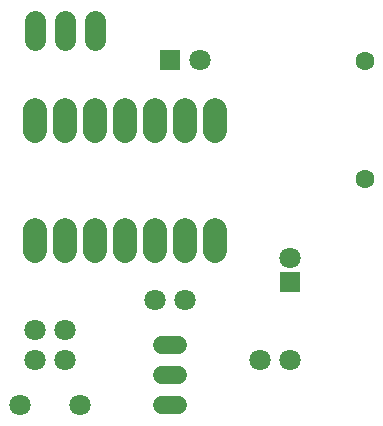
<source format=gts>
G75*
%MOIN*%
%OFA0B0*%
%FSLAX25Y25*%
%IPPOS*%
%LPD*%
%AMOC8*
5,1,8,0,0,1.08239X$1,22.5*
%
%ADD10C,0.07887*%
%ADD11C,0.07099*%
%ADD12R,0.07099X0.07099*%
%ADD13C,0.07099*%
%ADD14C,0.06312*%
%ADD15C,0.06000*%
D10*
X0024937Y0076394D02*
X0024937Y0083480D01*
X0034937Y0083480D02*
X0034937Y0076394D01*
X0044937Y0076394D02*
X0044937Y0083480D01*
X0054937Y0083480D02*
X0054937Y0076394D01*
X0064937Y0076394D02*
X0064937Y0083480D01*
X0074937Y0083480D02*
X0074937Y0076394D01*
X0084937Y0076394D02*
X0084937Y0083480D01*
X0084937Y0116394D02*
X0084937Y0123480D01*
X0074937Y0123480D02*
X0074937Y0116394D01*
X0064937Y0116394D02*
X0064937Y0123480D01*
X0054937Y0123480D02*
X0054937Y0116394D01*
X0044937Y0116394D02*
X0044937Y0123480D01*
X0034937Y0123480D02*
X0034937Y0116394D01*
X0024937Y0116394D02*
X0024937Y0123480D01*
D11*
X0019937Y0024937D03*
X0024937Y0039937D03*
X0034937Y0039937D03*
X0034937Y0049937D03*
X0024937Y0049937D03*
X0039937Y0024937D03*
X0064937Y0059937D03*
X0074937Y0059937D03*
X0099937Y0039937D03*
X0109937Y0039937D03*
X0109937Y0073874D03*
X0079937Y0139937D03*
D12*
X0069937Y0139937D03*
X0109937Y0066000D03*
D13*
X0044937Y0146787D02*
X0044937Y0153087D01*
X0034937Y0153087D02*
X0034937Y0146787D01*
X0024937Y0146787D02*
X0024937Y0153087D01*
D14*
X0134937Y0139622D03*
X0134937Y0100252D03*
D15*
X0072537Y0044937D02*
X0067337Y0044937D01*
X0067337Y0034937D02*
X0072537Y0034937D01*
X0072537Y0024937D02*
X0067337Y0024937D01*
M02*

</source>
